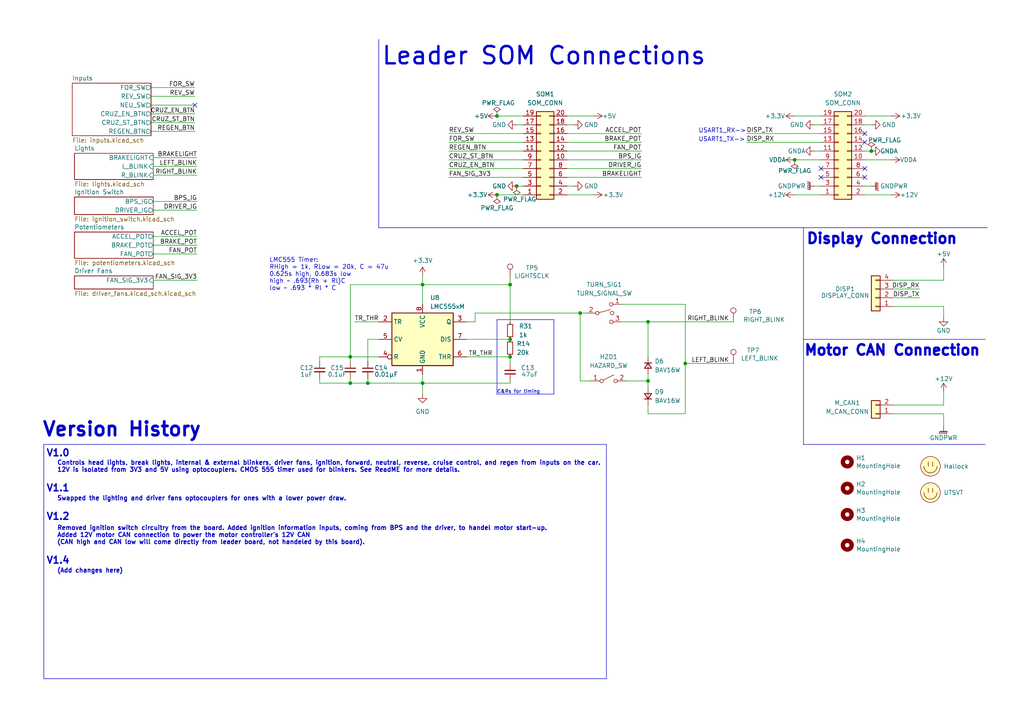
<source format=kicad_sch>
(kicad_sch (version 20230121) (generator eeschema)
  (paper "A4")
  (lib_symbols
    (symbol "+5V_1" (power) (pin_names (offset 0))
      (property "Value" "+5V_1" (at 0 3.556 0))
      (symbol "+5V_1_0_1"
        (polyline (pts (xy -0.762 1.27) (xy 0 2.54)))
        (polyline (pts (xy 0 0) (xy 0 2.54)))
        (polyline (pts (xy 0 2.54) (xy 0.762 1.27)))
      )
      (symbol "+5V_1_1_1"
        (pin power_in line (at 0 0 90) (length 0) hide (name "+5V") (number "1"))
      )
    )
    (symbol "Connector:TestPoint" (pin_numbers hide) (pin_names (offset 0.762) hide)
      (property "Reference" "TP" (at 0 6.858 0))
      (property "Value" "TestPoint" (at 0 5.08 0))
      (symbol "TestPoint_0_1"
        (circle (center 0 3.302) (radius 0.762))
      )
      (symbol "TestPoint_1_1"
        (pin passive line (at 0 0 90) (length 2.54) (name "1") (number "1"))
      )
    )
    (symbol "Connector_Generic:Conn_01x02" (pin_names (offset 1.016) hide)
      (property "Reference" "J" (at 0 2.54 0))
      (property "Value" "Conn_01x02" (at 0 -5.08 0))
      (symbol "Conn_01x02_1_1"
        (rectangle (start -1.27 -2.413) (end 0 -2.667) (stroke (width 0.1524)))
        (rectangle (start -1.27 0.127) (end 0 -0.127) (stroke (width 0.1524)))
        (rectangle (start -1.27 1.27) (end 1.27 -3.81) (stroke (width 0.254)) (fill (type background)))
        (pin passive line (at -5.08 0 0) (length 3.81) (name "Pin_1") (number "1"))
        (pin passive line (at -5.08 -2.54 0) (length 3.81) (name "Pin_2") (number "2"))
      )
    )
    (symbol "Connector_Generic:Conn_01x04" (pin_names (offset 1.016) hide)
      (property "Reference" "J" (at 0 5.08 0))
      (property "Value" "Conn_01x04" (at 0 -7.62 0))
      (symbol "Conn_01x04_1_1"
        (rectangle (start -1.27 -4.953) (end 0 -5.207) (stroke (width 0.1524)))
        (rectangle (start -1.27 -2.413) (end 0 -2.667) (stroke (width 0.1524)))
        (rectangle (start -1.27 0.127) (end 0 -0.127) (stroke (width 0.1524)))
        (rectangle (start -1.27 2.667) (end 0 2.413) (stroke (width 0.1524)))
        (rectangle (start -1.27 3.81) (end 1.27 -6.35) (stroke (width 0.254)) (fill (type background)))
        (pin passive line (at -5.08 2.54 0) (length 3.81) (name "Pin_1") (number "1"))
        (pin passive line (at -5.08 0 0) (length 3.81) (name "Pin_2") (number "2"))
        (pin passive line (at -5.08 -2.54 0) (length 3.81) (name "Pin_3") (number "3"))
        (pin passive line (at -5.08 -5.08 0) (length 3.81) (name "Pin_4") (number "4"))
      )
    )
    (symbol "Connector_Generic:Conn_02x10_Odd_Even" (pin_names (offset 1.016) hide)
      (property "Reference" "J" (at 1.27 12.7 0))
      (property "Value" "Conn_02x10_Odd_Even" (at 1.27 -15.24 0))
      (symbol "Conn_02x10_Odd_Even_1_1"
        (rectangle (start -1.27 -12.573) (end 0 -12.827) (stroke (width 0.1524)))
        (rectangle (start -1.27 -10.033) (end 0 -10.287) (stroke (width 0.1524)))
        (rectangle (start -1.27 -7.493) (end 0 -7.747) (stroke (width 0.1524)))
        (rectangle (start -1.27 -4.953) (end 0 -5.207) (stroke (width 0.1524)))
        (rectangle (start -1.27 -2.413) (end 0 -2.667) (stroke (width 0.1524)))
        (rectangle (start -1.27 0.127) (end 0 -0.127) (stroke (width 0.1524)))
        (rectangle (start -1.27 2.667) (end 0 2.413) (stroke (width 0.1524)))
        (rectangle (start -1.27 5.207) (end 0 4.953) (stroke (width 0.1524)))
        (rectangle (start -1.27 7.747) (end 0 7.493) (stroke (width 0.1524)))
        (rectangle (start -1.27 10.287) (end 0 10.033) (stroke (width 0.1524)))
        (rectangle (start -1.27 11.43) (end 3.81 -13.97) (stroke (width 0.254)) (fill (type background)))
        (rectangle (start 3.81 -12.573) (end 2.54 -12.827) (stroke (width 0.1524)))
        (rectangle (start 3.81 -10.033) (end 2.54 -10.287) (stroke (width 0.1524)))
        (rectangle (start 3.81 -7.493) (end 2.54 -7.747) (stroke (width 0.1524)))
        (rectangle (start 3.81 -4.953) (end 2.54 -5.207) (stroke (width 0.1524)))
        (rectangle (start 3.81 -2.413) (end 2.54 -2.667) (stroke (width 0.1524)))
        (rectangle (start 3.81 0.127) (end 2.54 -0.127) (stroke (width 0.1524)))
        (rectangle (start 3.81 2.667) (end 2.54 2.413) (stroke (width 0.1524)))
        (rectangle (start 3.81 5.207) (end 2.54 4.953) (stroke (width 0.1524)))
        (rectangle (start 3.81 7.747) (end 2.54 7.493) (stroke (width 0.1524)))
        (rectangle (start 3.81 10.287) (end 2.54 10.033) (stroke (width 0.1524)))
        (pin passive line (at -5.08 10.16 0) (length 3.81) (name "Pin_1") (number "1"))
        (pin passive line (at 7.62 0 180) (length 3.81) (name "Pin_10") (number "10"))
        (pin passive line (at -5.08 -2.54 0) (length 3.81) (name "Pin_11") (number "11"))
        (pin passive line (at 7.62 -2.54 180) (length 3.81) (name "Pin_12") (number "12"))
        (pin passive line (at -5.08 -5.08 0) (length 3.81) (name "Pin_13") (number "13"))
        (pin passive line (at 7.62 -5.08 180) (length 3.81) (name "Pin_14") (number "14"))
        (pin passive line (at -5.08 -7.62 0) (length 3.81) (name "Pin_15") (number "15"))
        (pin passive line (at 7.62 -7.62 180) (length 3.81) (name "Pin_16") (number "16"))
        (pin passive line (at -5.08 -10.16 0) (length 3.81) (name "Pin_17") (number "17"))
        (pin passive line (at 7.62 -10.16 180) (length 3.81) (name "Pin_18") (number "18"))
        (pin passive line (at -5.08 -12.7 0) (length 3.81) (name "Pin_19") (number "19"))
        (pin passive line (at 7.62 10.16 180) (length 3.81) (name "Pin_2") (number "2"))
        (pin passive line (at 7.62 -12.7 180) (length 3.81) (name "Pin_20") (number "20"))
        (pin passive line (at -5.08 7.62 0) (length 3.81) (name "Pin_3") (number "3"))
        (pin passive line (at 7.62 7.62 180) (length 3.81) (name "Pin_4") (number "4"))
        (pin passive line (at -5.08 5.08 0) (length 3.81) (name "Pin_5") (number "5"))
        (pin passive line (at 7.62 5.08 180) (length 3.81) (name "Pin_6") (number "6"))
        (pin passive line (at -5.08 2.54 0) (length 3.81) (name "Pin_7") (number "7"))
        (pin passive line (at 7.62 2.54 180) (length 3.81) (name "Pin_8") (number "8"))
        (pin passive line (at -5.08 0 0) (length 3.81) (name "Pin_9") (number "9"))
      )
    )
    (symbol "Device:C_Small" (pin_numbers hide) (pin_names (offset 0.254) hide)
      (property "Reference" "C" (at 0.254 1.778 0))
      (property "Value" "C_Small" (at 0.254 -2.032 0))
      (symbol "C_Small_0_1"
        (polyline (pts (xy -1.524 -0.508) (xy 1.524 -0.508)) (stroke (width 0.3302)))
        (polyline (pts (xy -1.524 0.508) (xy 1.524 0.508)) (stroke (width 0.3048)))
      )
      (symbol "C_Small_1_1"
        (pin passive line (at 0 2.54 270) (length 2.032) (name "~") (number "1"))
        (pin passive line (at 0 -2.54 90) (length 2.032) (name "~") (number "2"))
      )
    )
    (symbol "Device:D_Small" (pin_numbers hide) (pin_names (offset 0.254) hide)
      (property "Reference" "D" (at -1.27 2.032 0))
      (property "Value" "D_Small" (at -3.81 -2.032 0))
      (symbol "D_Small_0_1"
        (polyline (pts (xy -0.762 -1.016) (xy -0.762 1.016)) (stroke (width 0.254)))
        (polyline (pts (xy -0.762 0) (xy 0.762 0)))
        (polyline (pts (xy 0.762 -1.016) (xy -0.762 0) (xy 0.762 1.016) (xy 0.762 -1.016)) (stroke (width 0.254)))
      )
      (symbol "D_Small_1_1"
        (pin passive line (at -2.54 0 0) (length 1.778) (name "K") (number "1"))
        (pin passive line (at 2.54 0 180) (length 1.778) (name "A") (number "2"))
      )
    )
    (symbol "Device:R_Small" (pin_numbers hide) (pin_names (offset 0.254) hide)
      (property "Reference" "R" (at 0.762 0.508 0))
      (property "Value" "R_Small" (at 0.762 -1.016 0))
      (symbol "R_Small_0_1"
        (rectangle (start -0.762 1.778) (end 0.762 -1.778) (stroke (width 0.2032)))
      )
      (symbol "R_Small_1_1"
        (pin passive line (at 0 2.54 270) (length 0.762) (name "~") (number "1"))
        (pin passive line (at 0 -2.54 90) (length 0.762) (name "~") (number "2"))
      )
    )
    (symbol "GND_1" (power) (pin_names (offset 0))
      (property "Value" "GND_1" (at 0 -3.81 0))
      (symbol "GND_1_0_1"
        (polyline (pts (xy 0 0) (xy 0 -1.27) (xy 1.27 -1.27) (xy 0 -2.54) (xy -1.27 -1.27) (xy 0 -1.27)))
      )
      (symbol "GND_1_1_1"
        (pin power_in line (at 0 0 270) (length 0) hide (name "GND") (number "1"))
      )
    )
    (symbol "GND_2" (power) (pin_names (offset 0))
      (property "Value" "GND_2" (at 0 -3.81 0))
      (symbol "GND_2_0_1"
        (polyline (pts (xy 0 0) (xy 0 -1.27) (xy 1.27 -1.27) (xy 0 -2.54) (xy -1.27 -1.27) (xy 0 -1.27)))
      )
      (symbol "GND_2_1_1"
        (pin power_in line (at 0 0 270) (length 0) hide (name "GND") (number "1"))
      )
    )
    (symbol "Logo_Placeholder_1" (pin_names (offset 1.016))
      (property "Value" "Logo_Placeholder" (at 0 3.81 0))
      (symbol "Logo_Placeholder_1_0_1"
        (arc (start -1.905 0) (mid 0 -1.8967) (end 1.905 0))
        (polyline (pts (xy -0.635 1.27) (xy -0.635 0)))
        (polyline (pts (xy 0.635 1.27) (xy 0.635 0)))
        (circle (center 0 0) (radius 2.8448) (fill (type background)))
      )
    )
    (symbol "Mechanical:MountingHole" (pin_names (offset 1.016))
      (property "Reference" "H" (at 0 5.08 0))
      (property "Value" "MountingHole" (at 0 3.175 0))
      (symbol "MountingHole_0_1"
        (circle (center 0 0) (radius 1.27) (stroke (width 1.27)))
      )
    )
    (symbol "Switch:SW_SPDT_MSM" (pin_names (offset 0) hide)
      (property "Reference" "SW" (at 0 5.08 0))
      (property "Value" "SW_SPDT_MSM" (at 0 -5.08 0))
      (symbol "SW_SPDT_MSM_0_0"
        (circle (center -2.032 0) (radius 0.508))
        (polyline (pts (xy -1.524 0.127) (xy 1.778 1.016)))
        (circle (center 2.032 -2.54) (radius 0.508))
      )
      (symbol "SW_SPDT_MSM_0_1"
        (circle (center 2.032 2.54) (radius 0.508))
        (circle (center 2.286 0) (radius 0.508))
      )
      (symbol "SW_SPDT_MSM_1_1"
        (pin passive line (at 5.08 2.54 180) (length 2.54) (name "1") (number "1"))
        (pin passive line (at -5.08 0 0) (length 2.54) (name "2") (number "2"))
        (pin passive line (at 5.08 -2.54 180) (length 2.54) (name "3") (number "3"))
      )
    )
    (symbol "Switch:SW_SPST" (pin_names (offset 0) hide)
      (property "Reference" "SW" (at 0 3.175 0))
      (property "Value" "SW_SPST" (at 0 -2.54 0))
      (symbol "SW_SPST_0_0"
        (circle (center -2.032 0) (radius 0.508))
        (polyline (pts (xy -1.524 0.254) (xy 1.524 1.778)))
        (circle (center 2.032 0) (radius 0.508))
      )
      (symbol "SW_SPST_1_1"
        (pin passive line (at -5.08 0 0) (length 2.54) (name "A") (number "1"))
        (pin passive line (at 5.08 0 180) (length 2.54) (name "B") (number "2"))
      )
    )
    (symbol "Timer:LMC555xM"
      (property "Reference" "U" (at -10.16 8.89 0))
      (property "Value" "LMC555xM" (at 2.54 8.89 0))
      (symbol "LMC555xM_0_0"
        (pin power_in line (at 0 -10.16 90) (length 2.54) (name "GND") (number "1"))
        (pin power_in line (at 0 10.16 270) (length 2.54) (name "VCC") (number "8"))
      )
      (symbol "LMC555xM_0_1"
        (rectangle (start -8.89 -7.62) (end 8.89 7.62) (stroke (width 0.254)) (fill (type background)))
        (rectangle (start -8.89 -7.62) (end 8.89 7.62) (stroke (width 0.254)) (fill (type background)))
      )
      (symbol "LMC555xM_1_1"
        (pin input line (at -12.7 5.08 0) (length 3.81) (name "TR") (number "2"))
        (pin output line (at 12.7 5.08 180) (length 3.81) (name "Q") (number "3"))
        (pin input inverted (at -12.7 -5.08 0) (length 3.81) (name "R") (number "4"))
        (pin input line (at -12.7 0 0) (length 3.81) (name "CV") (number "5"))
        (pin input line (at 12.7 -5.08 180) (length 3.81) (name "THR") (number "6"))
        (pin input line (at 12.7 0 180) (length 3.81) (name "DIS") (number "7"))
      )
    )
    (symbol "power:+12V" (power) (pin_names (offset 0))
      (property "Value" "+12V" (at 0 3.556 0))
      (symbol "+12V_0_1"
        (polyline (pts (xy -0.762 1.27) (xy 0 2.54)))
        (polyline (pts (xy 0 0) (xy 0 2.54)))
        (polyline (pts (xy 0 2.54) (xy 0.762 1.27)))
      )
      (symbol "+12V_1_1"
        (pin power_in line (at 0 0 90) (length 0) hide (name "+12V") (number "1"))
      )
    )
    (symbol "power:+3.3V" (power) (pin_names (offset 0))
      (property "Value" "+3.3V" (at 0 3.556 0))
      (symbol "+3.3V_0_1"
        (polyline (pts (xy -0.762 1.27) (xy 0 2.54)))
        (polyline (pts (xy 0 0) (xy 0 2.54)))
        (polyline (pts (xy 0 2.54) (xy 0.762 1.27)))
      )
      (symbol "+3.3V_1_1"
        (pin power_in line (at 0 0 90) (length 0) hide (name "+3.3V") (number "1"))
      )
    )
    (symbol "power:+5V" (power) (pin_names (offset 0))
      (property "Value" "+5V" (at 0 3.556 0))
      (symbol "+5V_0_1"
        (polyline (pts (xy -0.762 1.27) (xy 0 2.54)))
        (polyline (pts (xy 0 0) (xy 0 2.54)))
        (polyline (pts (xy 0 2.54) (xy 0.762 1.27)))
      )
      (symbol "+5V_1_1"
        (pin power_in line (at 0 0 90) (length 0) hide (name "+5V") (number "1"))
      )
    )
    (symbol "power:GNDA" (power) (pin_names (offset 0))
      (property "Value" "GNDA" (at 0 -3.81 0))
      (symbol "GNDA_0_1"
        (polyline (pts (xy 0 0) (xy 0 -1.27) (xy 1.27 -1.27) (xy 0 -2.54) (xy -1.27 -1.27) (xy 0 -1.27)))
      )
      (symbol "GNDA_1_1"
        (pin power_in line (at 0 0 270) (length 0) hide (name "GNDA") (number "1"))
      )
    )
    (symbol "power:GNDPWR" (power) (pin_names (offset 0))
      (property "Value" "GNDPWR" (at 0 -3.302 0))
      (symbol "GNDPWR_0_1"
        (polyline (pts (xy 0 -1.27) (xy 0 0)))
        (polyline (pts (xy -1.016 -1.27) (xy -1.27 -2.032) (xy -1.27 -2.032)) (stroke (width 0.2032)))
        (polyline (pts (xy -0.508 -1.27) (xy -0.762 -2.032) (xy -0.762 -2.032)) (stroke (width 0.2032)))
        (polyline (pts (xy 0 -1.27) (xy -0.254 -2.032) (xy -0.254 -2.032)) (stroke (width 0.2032)))
        (polyline (pts (xy 0.508 -1.27) (xy 0.254 -2.032) (xy 0.254 -2.032)) (stroke (width 0.2032)))
        (polyline (pts (xy 1.016 -1.27) (xy -1.016 -1.27) (xy -1.016 -1.27)) (stroke (width 0.2032)))
        (polyline (pts (xy 1.016 -1.27) (xy 0.762 -2.032) (xy 0.762 -2.032) (xy 0.762 -2.032)) (stroke (width 0.2032)))
      )
      (symbol "GNDPWR_1_1"
        (pin power_in line (at 0 0 270) (length 0) hide (name "GNDPWR") (number "1"))
      )
    )
    (symbol "power:PWR_FLAG" (power) (pin_numbers hide) (pin_names (offset 0) hide)
      (property "Value" "PWR_FLAG" (at 0 3.81 0))
      (symbol "PWR_FLAG_0_0"
        (pin power_out line (at 0 0 90) (length 0) (name "pwr") (number "1"))
      )
      (symbol "PWR_FLAG_0_1"
        (polyline (pts (xy 0 0) (xy 0 1.27) (xy -1.016 1.905) (xy 0 2.54) (xy 1.016 1.905) (xy 0 1.27)))
      )
    )
    (symbol "power:VDDA" (power) (pin_names (offset 0))
      (property "Value" "VDDA" (at 0 3.81 0))
      (symbol "VDDA_0_1"
        (polyline (pts (xy -0.762 1.27) (xy 0 2.54)))
        (polyline (pts (xy 0 0) (xy 0 2.54)))
        (polyline (pts (xy 0 2.54) (xy 0.762 1.27)))
      )
      (symbol "VDDA_1_1"
        (pin power_in line (at 0 0 90) (length 0) hide (name "VDDA") (number "1"))
      )
    )
  )
  (junction (at 198.755 105.41))
  (junction (at 101.6 103.505))
  (junction (at 122.555 111.125))
  (junction (at 147.955 82.55))
  (junction (at 187.96 93.345))
  (junction (at 144.145 56.515))
  (junction (at 187.96 110.49))
  (junction (at 168.275 90.805))
  (junction (at 149.86 53.975))
  (junction (at 230.505 46.355))
  (junction (at 106.68 111.125))
  (junction (at 252.73 43.815))
  (junction (at 122.555 82.55))
  (junction (at 144.145 33.655))
  (junction (at 147.955 103.505))
  (junction (at 101.6 111.125))
  (junction (at 147.955 98.425))
  (no_connect (at 56.515 30.48))
  (no_connect (at 250.825 38.735))
  (no_connect (at 238.125 48.895))
  (no_connect (at 250.825 51.435))
  (no_connect (at 250.825 48.895))
  (no_connect (at 250.825 41.275))
  (no_connect (at 238.125 51.435))
  (wire (pts (xy 273.685 113.665) (xy 273.685 117.475)))
  (polyline (pts (xy 144.145 92.71) (xy 160.655 92.71)))
  (polyline (pts (xy 233.045 66.04) (xy 233.045 98.425)))
  (wire (pts (xy 273.685 81.28) (xy 273.685 77.47)))
  (wire (pts (xy 147.955 103.505) (xy 147.955 105.41)))
  (wire (pts (xy 164.465 46.355) (xy 186.055 46.355)))
  (wire (pts (xy 144.145 33.655) (xy 151.765 33.655)))
  (wire (pts (xy 149.86 53.975) (xy 151.765 53.975)))
  (wire (pts (xy 101.6 109.855) (xy 101.6 111.125)))
  (polyline (pts (xy 233.045 128.905) (xy 285.75 128.905)))
  (wire (pts (xy 130.175 38.735) (xy 151.765 38.735)))
  (wire (pts (xy 164.465 48.895) (xy 186.055 48.895)))
  (wire (pts (xy 172.085 33.655) (xy 164.465 33.655)))
  (wire (pts (xy 238.125 46.355) (xy 230.505 46.355)))
  (polyline (pts (xy 144.145 92.71) (xy 144.145 114.3)))
  (wire (pts (xy 44.45 60.96) (xy 57.15 60.96)))
  (wire (pts (xy 236.22 43.815) (xy 238.125 43.815)))
  (wire (pts (xy 102.87 93.345) (xy 109.855 93.345)))
  (wire (pts (xy 230.505 33.655) (xy 238.125 33.655)))
  (wire (pts (xy 258.445 46.355) (xy 250.825 46.355)))
  (wire (pts (xy 236.22 36.195) (xy 238.125 36.195)))
  (wire (pts (xy 43.815 33.02) (xy 56.515 33.02)))
  (wire (pts (xy 130.175 41.275) (xy 151.765 41.275)))
  (wire (pts (xy 106.68 109.855) (xy 106.68 111.125)))
  (wire (pts (xy 273.685 88.9) (xy 273.685 92.075)))
  (polyline (pts (xy 109.855 11.43) (xy 109.855 66.04)))
  (wire (pts (xy 168.275 110.49) (xy 171.45 110.49)))
  (wire (pts (xy 44.45 58.42) (xy 57.15 58.42)))
  (wire (pts (xy 164.465 51.435) (xy 186.055 51.435)))
  (wire (pts (xy 135.255 98.425) (xy 147.955 98.425)))
  (wire (pts (xy 92.71 111.125) (xy 101.6 111.125)))
  (wire (pts (xy 187.96 117.475) (xy 187.96 120.015)))
  (wire (pts (xy 236.22 53.975) (xy 238.125 53.975)))
  (wire (pts (xy 92.71 109.855) (xy 92.71 111.125)))
  (polyline (pts (xy 109.855 66.04) (xy 286.385 66.04)))
  (wire (pts (xy 198.755 88.265) (xy 198.755 105.41)))
  (wire (pts (xy 43.815 38.1) (xy 56.515 38.1)))
  (wire (pts (xy 147.955 82.55) (xy 147.955 93.345)))
  (wire (pts (xy 101.6 82.55) (xy 122.555 82.55)))
  (wire (pts (xy 259.08 86.36) (xy 266.7 86.36)))
  (wire (pts (xy 137.795 93.345) (xy 137.795 90.805)))
  (wire (pts (xy 238.125 38.735) (xy 216.535 38.735)))
  (wire (pts (xy 149.86 36.195) (xy 151.765 36.195)))
  (wire (pts (xy 122.555 111.125) (xy 122.555 114.3)))
  (wire (pts (xy 164.465 43.815) (xy 186.055 43.815)))
  (wire (pts (xy 187.96 110.49) (xy 187.96 112.395)))
  (wire (pts (xy 198.755 120.015) (xy 198.755 105.41)))
  (wire (pts (xy 101.6 111.125) (xy 106.68 111.125)))
  (wire (pts (xy 92.71 103.505) (xy 92.71 104.775)))
  (wire (pts (xy 259.08 83.82) (xy 266.7 83.82)))
  (wire (pts (xy 144.145 56.515) (xy 151.765 56.515)))
  (wire (pts (xy 168.275 90.805) (xy 168.275 110.49)))
  (wire (pts (xy 187.96 93.345) (xy 212.725 93.345)))
  (wire (pts (xy 258.445 33.655) (xy 250.825 33.655)))
  (wire (pts (xy 168.275 90.805) (xy 170.18 90.805)))
  (wire (pts (xy 122.555 80.01) (xy 122.555 82.55)))
  (wire (pts (xy 259.08 81.28) (xy 273.685 81.28)))
  (wire (pts (xy 250.825 56.515) (xy 258.445 56.515)))
  (wire (pts (xy 166.37 53.975) (xy 164.465 53.975)))
  (wire (pts (xy 109.855 98.425) (xy 106.68 98.425)))
  (wire (pts (xy 164.465 41.275) (xy 186.055 41.275)))
  (wire (pts (xy 187.96 108.585) (xy 187.96 110.49)))
  (wire (pts (xy 180.34 93.345) (xy 187.96 93.345)))
  (wire (pts (xy 259.08 88.9) (xy 273.685 88.9)))
  (wire (pts (xy 252.73 43.815) (xy 250.825 43.815)))
  (wire (pts (xy 273.685 120.015) (xy 273.685 123.825)))
  (wire (pts (xy 92.71 103.505) (xy 101.6 103.505)))
  (wire (pts (xy 180.34 88.265) (xy 198.755 88.265)))
  (wire (pts (xy 198.755 105.41) (xy 212.725 105.41)))
  (wire (pts (xy 172.085 56.515) (xy 164.465 56.515)))
  (wire (pts (xy 44.45 68.58) (xy 57.15 68.58)))
  (wire (pts (xy 164.465 38.735) (xy 186.055 38.735)))
  (polyline (pts (xy 160.655 114.3) (xy 144.145 114.3)))
  (wire (pts (xy 259.08 117.475) (xy 273.685 117.475)))
  (wire (pts (xy 147.955 110.49) (xy 147.955 111.125)))
  (wire (pts (xy 250.825 53.975) (xy 252.73 53.975)))
  (wire (pts (xy 122.555 111.125) (xy 147.955 111.125)))
  (wire (pts (xy 101.6 82.55) (xy 101.6 103.505)))
  (wire (pts (xy 166.37 36.195) (xy 164.465 36.195)))
  (wire (pts (xy 147.955 80.645) (xy 147.955 82.55)))
  (wire (pts (xy 122.555 82.55) (xy 147.955 82.55)))
  (wire (pts (xy 187.96 120.015) (xy 198.755 120.015)))
  (wire (pts (xy 43.815 27.94) (xy 56.515 27.94)))
  (wire (pts (xy 181.61 110.49) (xy 187.96 110.49)))
  (wire (pts (xy 130.175 51.435) (xy 151.765 51.435)))
  (wire (pts (xy 106.68 111.125) (xy 122.555 111.125)))
  (wire (pts (xy 122.555 82.55) (xy 122.555 88.265)))
  (wire (pts (xy 130.175 46.355) (xy 151.765 46.355)))
  (wire (pts (xy 230.505 56.515) (xy 238.125 56.515)))
  (wire (pts (xy 135.255 103.505) (xy 147.955 103.505)))
  (wire (pts (xy 122.555 108.585) (xy 122.555 111.125)))
  (wire (pts (xy 137.795 90.805) (xy 168.275 90.805)))
  (polyline (pts (xy 160.655 92.71) (xy 160.655 114.3)))
  (wire (pts (xy 101.6 103.505) (xy 101.6 104.775)))
  (wire (pts (xy 43.815 30.48) (xy 56.515 30.48)))
  (polyline (pts (xy 233.045 98.425) (xy 285.75 98.425)))
  (wire (pts (xy 187.96 93.345) (xy 187.96 103.505)))
  (wire (pts (xy 130.175 48.895) (xy 151.765 48.895)))
  (wire (pts (xy 44.45 45.72) (xy 57.15 45.72)))
  (wire (pts (xy 135.255 93.345) (xy 137.795 93.345)))
  (wire (pts (xy 238.125 41.275) (xy 216.535 41.275)))
  (wire (pts (xy 252.73 36.195) (xy 250.825 36.195)))
  (wire (pts (xy 44.45 48.26) (xy 57.15 48.26)))
  (wire (pts (xy 43.815 35.56) (xy 56.515 35.56)))
  (wire (pts (xy 106.68 98.425) (xy 106.68 104.775)))
  (wire (pts (xy 44.45 50.8) (xy 57.15 50.8)))
  (wire (pts (xy 130.175 43.815) (xy 151.765 43.815)))
  (wire (pts (xy 259.08 120.015) (xy 273.685 120.015)))
  (wire (pts (xy 44.45 81.28) (xy 57.15 81.28)))
  (wire (pts (xy 44.45 73.66) (xy 57.15 73.66)))
  (polyline (pts (xy 233.045 98.425) (xy 233.045 128.905)))
  (wire (pts (xy 44.45 71.12) (xy 57.15 71.12)))
  (wire (pts (xy 109.855 103.505) (xy 101.6 103.505)))
  (wire (pts (xy 43.815 25.4) (xy 56.515 25.4)))
  (rectangle (start 12.7 128.905) (end 175.895 196.85))
  (text "C&Rs for timing" (at 144.145 114.3 0) (effects (font (size 1 1)) (justify left bottom)))
  (text "Removed ignition switch circuitry from the board. Added ignition information inputs, coming from BPS and the driver, to handel motor start-up. \nAdded 12V motor CAN connection to power the motor controller's 12V CAN \n(CAN high and CAN low will come directly from leader board, not handeled by this board)." (at 16.51 158.115 0) (effects (font (size 1.27 1.27) bold) (justify left bottom)))
  (text "V1.1" (at 13.335 142.875 0) (effects (font (size 2 2) (thickness 0.4) bold) (justify left bottom)))
  (text "(Add changes here)" (at 16.51 166.37 0) (effects (font (size 1.27 1.27) bold) (justify left bottom)))
  (text "Leader SOM Connections\n\n" (at 110.49 27.305 0) (effects (font (size 5 5) (thickness 0.7) bold) (justify left bottom)))
  (text "Controls head lights, break lights, internal & external blinkers, driver fans, ignition, forward, neutral, reverse, cruise control, and regen from inputs on the car.\n12V is isolated from 3V3 and 5V using optocouplers. CMOS 555 timer used for blinkers. See ReadME for more details." (at 16.51 137.16 0) (effects (font (size 1.27 1.27) bold) (justify left bottom)))
  (text "Swapped the lighting and driver fans optocouplers for ones with a lower power draw." (at 16.51 145.415 0) (effects (font (size 1.27 1.27) bold) (justify left bottom)))
  (text "Motor CAN Connection\n" (at 233.045 103.505 0) (effects (font (size 3 3) (thickness 0.7) bold) (justify left bottom)))
  (text "V1.0\n" (at 13.335 132.715 0) (effects (font (size 2 2) (thickness 0.4) bold) (justify left bottom)))
  (text "V1.4" (at 13.335 163.83 0) (effects (font (size 2 2) (thickness 0.4) bold) (justify left bottom)))
  (text "Display Connection\n" (at 233.68 71.12 0) (effects (font (size 3 3) (thickness 0.7) bold) (justify left bottom)))
  (text "V1.2" (at 13.335 151.13 0) (effects (font (size 2 2) (thickness 0.4) bold) (justify left bottom)))
  (text "USART1_TX->" (at 202.565 41.275 0) (effects (font (size 1.27 1.27)) (justify left bottom)))
  (text "USART1_RX->" (at 202.565 38.735 0) (effects (font (size 1.27 1.27)) (justify left bottom)))
  (text "LMC555 Timer:\nRHigh = 1k, RLow = 20k, C = 47u\n0.625s high, 0.683s low\nhigh ~ .693(Rh + Rl)C\nlow ~ .693 * Rl * C" (at 78.105 84.455 0) (effects (font (size 1.27 1.27)) (justify left bottom)))
  (text "Version History" (at 12.065 127 0) (effects (font (size 4 4) (thickness 0.8) bold) (justify left bottom)))
  (label "REGEN_BTN" (at 56.515 38.1 180))
  (label "FOR_SW" (at 56.515 25.4 180))
  (label "CRUZ_ST_BTN" (at 130.175 46.355 0))
  (label "BRAKELIGHT" (at 57.15 45.72 180))
  (label "LEFT_BLINK" (at 57.15 48.26 180))
  (label "DRIVER_IG" (at 57.15 60.96 180))
  (label "DISP_RX" (at 266.7 83.82 180))
  (label "FAN_POT" (at 186.055 43.815 180))
  (label "LEFT_BLINK" (at 211.455 105.41 180))
  (label "DRIVER_IG" (at 186.055 48.895 180))
  (label "BRAKE_POT" (at 186.055 41.275 180))
  (label "RIGHT_BLINK" (at 211.455 93.345 180))
  (label "BPS_IG" (at 186.055 46.355 180))
  (label "BPS_IG" (at 57.15 58.42 180))
  (label "CRUZ_EN_BTN" (at 130.175 48.895 0))
  (label "CRUZ_EN_BTN" (at 56.515 33.02 180) (effects (font (size 1.23 1.23))))
  (label "BRAKE_POT" (at 57.15 71.12 180))
  (label "ACCEL_POT" (at 57.15 68.58 180))
  (label "DISP_TX" (at 266.7 86.36 180))
  (label "FOR_SW" (at 130.175 41.275 0))
  (label "DISP_RX" (at 216.535 41.275 0))
  (label "FAN_POT" (at 57.15 73.66 180))
  (label "ACCEL_POT" (at 186.055 38.735 180))
  (label "FAN_SIG_3V3" (at 130.175 51.435 0))
  (label "BRAKELIGHT" (at 186.055 51.435 180))
  (label "TR_THR" (at 135.89 103.505 0))
  (label "TR_THR" (at 102.87 93.345 0))
  (label "RIGHT_BLINK" (at 57.15 50.8 180))
  (label "REV_SW" (at 56.515 27.94 180))
  (label "REV_SW" (at 130.175 38.735 0))
  (label "CRUZ_ST_BTN" (at 56.515 35.56 180) (effects (font (size 1.23 1.23))))
  (label "FAN_SIG_3V3" (at 57.15 81.28 180))
  (label "DISP_TX" (at 216.535 38.735 0))
  (label "REGEN_BTN" (at 130.175 43.815 0))
  (symbol (lib_id "Switch:SW_SPST") (at 176.53 110.49 0) (unit 1)
    (property "Reference" "HZD1" (at 176.53 103.505 0))
    (property "Value" "HAZARD_SW" (at 176.53 106.045 0))
    (property "Footprint" "Connector_Molex:Molex_Micro-Fit_3.0_43650-0215_1x02_P3.00mm_Vertical" (effects hide))
    (property "Datasheet" "https://www.molex.com/content/dam/molex/molex-dot-com/products/automated/en-us/productspecificationpdf/436/43650/PS-43650-001.pdf?inline" (effects hide))
    (property "PN" "43650-0215" (effects hide))
  )
  (symbol (lib_id "Mechanical:MountingHole") (at 245.745 141.605 0) (unit 1)
    (property "Reference" "H2" (at 248.285 140.4366 0) (effects (justify left)))
    (property "Value" "MountingHole" (at 248.285 142.748 0) (effects (justify left)))
    (property "Footprint" "MountingHole:MountingHole_3mm" (effects hide))
  )
  (symbol (lib_id "power:GNDPWR") (at 252.73 53.975 90) (unit 1)
    (property "Reference" "#PWR066" (effects hide))
    (property "Value" "GNDPWR" (at 255.27 53.975 90) (effects (justify right)))
  )
  (symbol (lib_id "Connector:TestPoint") (at 212.725 105.41 0) (unit 1)
    (property "Reference" "TP7" (at 218.44 101.6 0))
    (property "Value" "LEFT_BLINK" (at 220.345 103.9114 0))
    (property "Footprint" "TestPoint:TestPoint_Pad_1.5x1.5mm" (effects hide))
  )
  (symbol (lib_id "power:PWR_FLAG") (at 149.86 53.975 180) (unit 1)
    (property "Reference" "#FLG03" (effects hide))
    (property "Value" "PWR_FLAG" (at 155.575 57.785 0) (effects (justify left)))
  )
  (symbol (lib_name "GND_1") (lib_id "power:GND") (at 166.37 53.975 90) (unit 1)
    (property "Reference" "#PWR011" (effects hide))
    (property "Value" "GND" (at 171.45 53.975 90))
  )
  (symbol (lib_id "power:+3.3V") (at 230.505 33.655 90) (unit 1)
    (property "Reference" "#PWR038" (effects hide))
    (property "Value" "+3.3V" (at 224.79 33.655 90))
  )
  (symbol (lib_id "Device:C_Small") (at 147.955 107.95 180) (unit 1)
    (property "Reference" "C13" (at 153.035 106.68 0))
    (property "Value" "47uF" (at 153.67 108.585 0))
    (property "Footprint" "Capacitor_SMD:C_0805_2012Metric" (effects hide))
    (property "Datasheet" "https://www.mouser.com/datasheet/2/281/1/GRM21BR61A476ME15_01A-1986931.pdf" (effects hide))
    (property "PN" "GRM21BR61A476ME15L" (effects hide))
    (property "Mauser PN" "81-GRM21BR61A476ME5L" (effects hide))
  )
  (symbol (lib_id "Device:C_Small") (at 92.71 107.315 0) (unit 1)
    (property "Reference" "C12" (at 88.9 106.68 0))
    (property "Value" "1uF" (at 88.9 108.585 0))
    (property "Footprint" "Capacitor_SMD:C_0805_2012Metric" (effects hide))
    (property "Datasheet" "https://www.mouser.com/datasheet/2/447/KEM_C1006_X5R_SMD-3316465.pdf" (effects hide))
    (property "PN" "C0805C105K5PACTU" (effects hide))
    (property "Mauser PN" "80-C0805C105K5P" (effects hide))
  )
  (symbol (lib_name "+5V_1") (lib_id "power:+5V") (at 273.685 77.47 0) (unit 1)
    (property "Reference" "#PWR044" (effects hide))
    (property "Value" "+5V" (at 273.685 73.66 0))
  )
  (symbol (lib_name "GND_1") (lib_id "power:GND") (at 149.86 53.975 270) (unit 1)
    (property "Reference" "#PWR04" (effects hide))
    (property "Value" "GND" (at 144.78 53.975 90))
  )
  (symbol (lib_id "Connector:TestPoint") (at 212.725 93.345 0) (unit 1)
    (property "Reference" "TP6" (at 219.075 90.3986 0))
    (property "Value" "RIGHT_BLINK" (at 221.615 92.71 0))
    (property "Footprint" "TestPoint:TestPoint_Pad_1.5x1.5mm" (effects hide))
  )
  (symbol (lib_id "power:+3.3V") (at 172.085 56.515 270) (unit 1)
    (property "Reference" "#PWR09" (effects hide))
    (property "Value" "+3.3V" (at 177.8 56.515 90))
  )
  (symbol (lib_id "power:+12V") (at 258.445 56.515 270) (unit 1)
    (property "Reference" "#PWR065" (effects hide))
    (property "Value" "+12V" (at 260.985 56.515 90) (effects (justify left)))
  )
  (symbol (lib_id "power:+3.3V") (at 258.445 33.655 270) (unit 1)
    (property "Reference" "#PWR043" (effects hide))
    (property "Value" "+3.3V" (at 264.16 33.655 90))
  )
  (symbol (lib_id "power:PWR_FLAG") (at 252.73 43.815 0) (unit 1)
    (property "Reference" "#FLG05" (effects hide))
    (property "Value" "PWR_FLAG" (at 256.54 40.64 0))
  )
  (symbol (lib_id "Device:D_Small") (at 187.96 106.045 270) (unit 1)
    (property "Reference" "D6" (at 189.865 104.775 90) (effects (justify left)))
    (property "Value" "BAV16W" (at 189.865 107.315 90) (effects (justify left)))
    (property "Footprint" "Diode_SMD:D_SOD-123" (effects hide))
    (property "Datasheet" "https://www.diodes.com/assets/Datasheets/ds30086.pdf" (effects hide))
    (property "PN" "BAV16W-7-F" (effects hide))
    (property "Mauser PN" "621-BAV16W-F" (effects hide))
  )
  (symbol (lib_id "Switch:SW_SPDT_MSM") (at 175.26 90.805 0) (unit 1)
    (property "Reference" "TURN_SIG1" (at 175.26 82.55 0))
    (property "Value" "TURN_SIGNAL_SW" (at 175.26 85.09 0))
    (property "Footprint" "Connector_Molex:Molex_Micro-Fit_3.0_43650-0315_1x03_P3.00mm_Vertical" (effects hide))
    (property "Datasheet" "https://www.molex.com/content/dam/molex/molex-dot-com/products/automated/en-us/productspecificationpdf/436/43650/PS-43650-001.pdf?inline" (effects hide))
    (property "PN" "43650-0315" (effects hide))
    (property "Mauser PN" "538-43650-0315" (effects hide))
  )
  (symbol (lib_name "GND_1") (lib_id "power:GND") (at 236.22 36.195 270) (unit 1)
    (property "Reference" "#PWR013" (effects hide))
    (property "Value" "GND" (at 231.14 36.195 90))
  )
  (symbol (lib_id "power:GNDPWR") (at 236.22 53.975 270) (unit 1)
    (property "Reference" "#PWR064" (effects hide))
    (property "Value" "GNDPWR" (at 233.68 53.975 90) (effects (justify right)))
  )
  (symbol (lib_id "Connector_Generic:Conn_01x02") (at 254 120.015 180) (unit 1)
    (property "Reference" "M_CAN1" (at 245.745 116.84 0))
    (property "Value" "M_CAN_CONN" (at 245.745 119.38 0))
    (property "Footprint" "Connector_Molex:Molex_Micro-Fit_3.0_43650-0215_1x02_P3.00mm_Vertical" (effects hide))
    (property "Datasheet" "https://www.molex.com/content/dam/molex/molex-dot-com/products/automated/en-us/productspecificationpdf/436/43650/PS-43650-001.pdf?inline" (effects hide))
    (property "PN" "43650-0215" (effects hide))
  )
  (symbol (lib_id "power:+3.3V") (at 122.555 80.01 0) (unit 1)
    (property "Reference" "#PWR010" (effects hide))
    (property "Value" "+3.3V" (at 122.555 75.565 0))
  )
  (symbol (lib_id "power:PWR_FLAG") (at 144.145 56.515 180) (unit 1)
    (property "Reference" "#FLG04" (effects hide))
    (property "Value" "PWR_FLAG" (at 144.145 60.325 0))
  )
  (symbol (lib_id "Device:R_Small") (at 147.955 100.965 0) (unit 1)
    (property "Reference" "R14" (at 149.86 99.695 0) (effects (justify left)))
    (property "Value" "20k" (at 149.86 102.235 0) (effects (justify left)))
    (property "Footprint" "Resistor_SMD:R_0805_2012Metric" (effects hide))
    (property "Datasheet" "https://www.mouser.com/datasheet/2/447/PYu_RP_51_RoHS_L_0-3071169.pdf" (effects hide))
    (property "PN" "RP0805BRD0720KL" (effects hide))
    (property "Mauser PN" "603-RP0805BRD0720KL" (effects hide))
  )
  (symbol (lib_id "power:PWR_FLAG") (at 230.505 46.355 180) (unit 1)
    (property "Reference" "#FLG01" (effects hide))
    (property "Value" "PWR_FLAG" (at 230.505 49.53 0))
  )
  (symbol (lib_id "power:+5V") (at 172.085 33.655 270) (unit 1)
    (property "Reference" "#PWR06" (effects hide))
    (property "Value" "+5V" (at 174.625 33.655 90) (effects (justify left)))
  )
  (symbol (lib_id "Device:C_Small") (at 101.6 107.315 0) (unit 1)
    (property "Reference" "C15" (at 97.79 106.68 0))
    (property "Value" "0.1uF" (at 97.79 108.585 0))
    (property "Footprint" "Capacitor_SMD:C_0805_2012Metric" (effects hide))
    (property "Datasheet" "https://www.mouser.com/datasheet/2/447/KEM_C1002_X7R_SMD-3316098.pdf" (effects hide))
    (property "Mauser PN" "80-C0805C104K3R" (effects hide))
    (property "PN" "C0805C104K3RACTU" (effects hide))
  )
  (symbol (lib_id "Mechanical:MountingHole") (at 245.745 158.115 0) (unit 1)
    (property "Reference" "H4" (at 248.285 156.9466 0) (effects (justify left)))
    (property "Value" "MountingHole" (at 248.285 159.258 0) (effects (justify left)))
    (property "Footprint" "MountingHole:MountingHole_3mm" (effects hide))
  )
  (symbol (lib_id "Device:C_Small") (at 106.68 107.315 0) (unit 1)
    (property "Reference" "C14" (at 108.585 106.68 0) (effects (justify left)))
    (property "Value" "0.01µF" (at 108.585 108.585 0) (effects (justify left)))
    (property "Footprint" "Capacitor_SMD:C_0805_2012Metric" (effects hide))
    (property "Datasheet" "https://www.mouser.com/datasheet/2/447/KEM_C1002_X7R_SMD-3316098.pdf" (effects hide))
    (property "PN" "C0805C103J5RACTU" (effects hide))
    (property "Mauser PN" "80-C0805C103J5R" (effects hide))
  )
  (symbol (lib_id "power:VDDA") (at 230.505 46.355 90) (unit 1)
    (property "Reference" "#PWR062" (effects hide))
    (property "Value" "VDDA" (at 227.965 46.355 90) (effects (justify left)))
  )
  (symbol (lib_id "power:PWR_FLAG") (at 144.145 33.655 0) (unit 1)
    (property "Reference" "#FLG02" (effects hide))
    (property "Value" "PWR_FLAG" (at 139.7 29.845 0) (effects (justify left)))
  )
  (symbol (lib_id "power:+3.3V") (at 144.145 56.515 90) (unit 1)
    (property "Reference" "#PWR03" (effects hide))
    (property "Value" "+3.3V" (at 138.43 56.515 90))
  )
  (symbol (lib_id "Mechanical:MountingHole") (at 245.745 133.985 0) (unit 1)
    (property "Reference" "H1" (at 248.285 132.8166 0) (effects (justify left)))
    (property "Value" "MountingHole" (at 248.285 135.128 0) (effects (justify left)))
    (property "Footprint" "MountingHole:MountingHole_3mm" (effects hide))
  )
  (symbol (lib_name "GND_1") (lib_id "power:GND") (at 273.685 92.075 0) (unit 1)
    (property "Reference" "#PWR045" (effects hide))
    (property "Value" "GND" (at 273.685 95.885 0))
  )
  (symbol (lib_id "power:GNDPWR") (at 273.685 123.825 0) (unit 1)
    (property "Reference" "#PWR02" (effects hide))
    (property "Value" "GNDPWR" (at 273.685 127 0))
  )
  (symbol (lib_name "GND_2") (lib_id "power:GND") (at 122.555 114.3 0) (unit 1)
    (property "Reference" "#PWR046" (effects hide))
    (property "Value" "GND" (at 122.555 119.38 0))
  )
  (symbol (lib_id "Connector_Generic:Conn_02x10_Odd_Even") (at 156.845 46.355 0) (mirror x) (unit 1)
    (property "Reference" "SOM1" (at 158.115 27.305 0))
    (property "Value" "SOM_CONN" (at 158.115 29.845 0))
    (property "Footprint" "UTSVT_Connectors:Molex_52465-2070" (effects hide))
    (property "Datasheet" "https://www.molex.com/pdm_docs/sd/524652070_sd.pdf" (effects hide))
    (property "Mauser PN" "538-52465-2070" (effects hide))
    (property "PN" "52465-2070" (effects hide))
  )
  (symbol (lib_id "power:GNDA") (at 236.22 43.815 270) (unit 1)
    (property "Reference" "#PWR060" (effects hide))
    (property "Value" "GNDA" (at 233.68 43.815 90) (effects (justify right)))
  )
  (symbol (lib_id "power:VDDA") (at 258.445 46.355 270) (unit 1)
    (property "Reference" "#PWR061" (effects hide))
    (property "Value" "VDDA" (at 260.985 46.355 90) (effects (justify left)))
  )
  (symbol (lib_id "power:+12V") (at 230.505 56.515 90) (unit 1)
    (property "Reference" "#PWR063" (effects hide))
    (property "Value" "+12V" (at 227.965 56.515 90) (effects (justify left)))
  )
  (symbol (lib_id "Connector_Generic:Conn_01x04") (at 254 86.36 180) (unit 1)
    (property "Reference" "DISP1" (at 245.11 83.82 0))
    (property "Value" "DISPLAY_CONN" (at 245.11 85.725 0))
    (property "Footprint" "Connector_Molex:Molex_Micro-Fit_3.0_43650-0415_1x04_P3.00mm_Vertical" (effects hide))
    (property "Datasheet" "https://www.molex.com/en-us/products/part-detail/436500415?display=pdf" (effects hide))
    (property "PN" "43650-0415" (effects hide))
    (property "Mauser PN" "538-43650-0415" (effects hide))
  )
  (symbol (lib_name "Logo_Placeholder_1") (lib_id "utsvt-misc:Logo_Placeholder") (at 269.875 135.255 0) (unit 1)
    (property "Reference" "LOGO3" (effects hide))
    (property "Value" "Hallock" (at 273.685 135.255 0) (effects (justify left)))
    (property "Footprint" "UTSVT_Special:Hallock_Image_Small" (effects hide))
  )
  (symbol (lib_id "Connector_Generic:Conn_02x10_Odd_Even") (at 243.205 46.355 0) (mirror x) (unit 1)
    (property "Reference" "SOM2" (at 244.475 27.305 0))
    (property "Value" "SOM_CONN" (at 244.475 29.845 0))
    (property "Footprint" "UTSVT_Connectors:Molex_52465-2070" (effects hide))
    (property "Datasheet" "https://www.molex.com/pdm_docs/sd/524652070_sd.pdf" (effects hide))
    (property "Mauser PN" "538-52465-2070" (effects hide))
    (property "PN" "52465-2070" (effects hide))
  )
  (symbol (lib_id "power:+5V") (at 144.145 33.655 90) (unit 1)
    (property "Reference" "#PWR08" (effects hide))
    (property "Value" "+5V" (at 141.605 33.655 90) (effects (justify left)))
  )
  (symbol (lib_id "Timer:LMC555xM") (at 122.555 98.425 0) (unit 1)
    (property "Reference" "U8" (at 124.7491 86.36 0) (effects (justify left)))
    (property "Value" "LMC555xM" (at 124.7491 88.9 0) (effects (justify left)))
    (property "Footprint" "Package_SO:SOIC-8_3.9x4.9mm_P1.27mm" (effects hide))
    (property "Datasheet" "http://www.ti.com/lit/ds/symlink/lmc555.pdf" (effects hide))
    (property "Mauser PN" "595-LMC555IMX/NOPB" (effects hide))
    (property "PN" "LMC555IMX/NOPB" (effects hide))
  )
  (symbol (lib_id "power:GNDA") (at 252.73 43.815 90) (unit 1)
    (property "Reference" "#PWR059" (effects hide))
    (property "Value" "GNDA" (at 255.27 43.815 90) (effects (justify right)))
  )
  (symbol (lib_name "GND_1") (lib_id "power:GND") (at 252.73 36.195 90) (unit 1)
    (property "Reference" "#PWR058" (effects hide))
    (property "Value" "GND" (at 257.81 36.195 90))
  )
  (symbol (lib_id "power:+12V") (at 273.685 113.665 0) (unit 1)
    (property "Reference" "#PWR01" (effects hide))
    (property "Value" "+12V" (at 273.685 109.855 0))
  )
  (symbol (lib_name "GND_1") (lib_id "power:GND") (at 166.37 36.195 90) (unit 1)
    (property "Reference" "#PWR012" (effects hide))
    (property "Value" "GND" (at 171.45 36.195 90))
  )
  (symbol (lib_name "GND_1") (lib_id "power:GND") (at 149.86 36.195 270) (unit 1)
    (property "Reference" "#PWR05" (effects hide))
    (property "Value" "GND" (at 144.78 36.195 90))
  )
  (symbol (lib_id "Connector:TestPoint") (at 147.955 80.645 0) (unit 1)
    (property "Reference" "TP5" (at 154.305 77.6986 0))
    (property "Value" "LIGHTSCLK" (at 154.305 80.01 0))
    (property "Footprint" "TestPoint:TestPoint_Pad_1.5x1.5mm" (effects hide))
  )
  (symbol (lib_name "Logo_Placeholder_1") (lib_id "utsvt-misc:Logo_Placeholder") (at 269.875 142.875 0) (unit 1)
    (property "Reference" "LOGO1" (effects hide))
    (property "Value" "UTSVT" (at 273.685 142.875 0) (effects (justify left)))
    (property "Footprint" "UTSVT_Special:UTSVT_Logo_Symbol" (effects hide))
  )
  (symbol (lib_id "Device:D_Small") (at 187.96 114.935 90) (unit 1)
    (property "Reference" "D9" (at 189.865 113.665 90) (effects (justify right)))
    (property "Value" "BAV16W" (at 189.865 116.205 90) (effects (justify right)))
    (property "Footprint" "Diode_SMD:D_SOD-123" (effects hide))
    (property "Datasheet" "https://www.diodes.com/assets/Datasheets/ds30086.pdf" (effects hide))
    (property "PN" "BAV16W-7-F" (effects hide))
    (property "Mauser PN" "621-BAV16W-F" (effects hide))
  )
  (symbol (lib_id "Mechanical:MountingHole") (at 245.745 149.225 0) (unit 1)
    (property "Reference" "H3" (at 248.285 148.0566 0) (effects (justify left)))
    (property "Value" "MountingHole" (at 248.285 150.368 0) (effects (justify left)))
    (property "Footprint" "MountingHole:MountingHole_3mm" (effects hide))
  )
  (symbol (lib_id "Device:R_Small") (at 147.955 95.885 0) (unit 1)
    (property "Reference" "R31" (at 150.495 94.615 0) (effects (justify left)))
    (property "Value" "1k" (at 150.495 97.155 0) (effects (justify left)))
    (property "Footprint" "Resistor_SMD:R_0805_2012Metric" (effects hide))
    (property "Datasheet" "https://www.vishay.com/docs/28773/crcwce3.pdf" (effects hide))
    (property "PN" "CRCW08051K00FKEAC" (effects hide))
    (property "Mauser PN" "71-CRCW08051K00FKEAC" (effects hide))
  )
  (sheet (at 21.59 57.15) (size 22.86 5.08) (stroke (width 0.1524))
    (property "Sheetname" "Ignition Switch" (at 21.59 56.4384 0) (effects (justify left bottom)))
    (property "Sheetfile" "ignition_switch.kicad_sch" (at 21.59 62.8146 0) (effects (justify left top)))
    (pin "BPS_IG" output (at 44.45 58.42 0))
    (pin "DRIVER_IG" output (at 44.45 60.96 0))
  )
  (sheet (at 21.59 67.31) (size 22.86 7.62) (stroke (width 0.1524))
    (property "Sheetname" "Potentiometers" (at 21.59 66.5984 0) (effects (justify left bottom)))
    (property "Sheetfile" "potentiometers.kicad_sch" (at 21.59 75.5146 0) (effects (justify left top)))
    (pin "ACCEL_POT" output (at 44.45 68.58 0))
    (pin "BRAKE_POT" output (at 44.45 71.12 0))
    (pin "FAN_POT" output (at 44.45 73.66 0))
  )
  (sheet (at 20.955 24.13) (size 22.86 15.24) (stroke (width 0.1524))
    (property "Sheetname" "Inputs" (at 20.955 23.4184 0) (effects (justify left bottom)))
    (property "Sheetfile" "inputs.kicad_sch" (at 20.955 39.9546 0) (effects (justify left top)))
    (pin "NEU_SW" output (at 43.815 30.48 0))
    (pin "REV_SW" output (at 43.815 27.94 0))
    (pin "FOR_SW" output (at 43.815 25.4 0))
    (pin "CRUZ_ST_BTN" output (at 43.815 35.56 0))
    (pin "CRUZ_EN_BTN" output (at 43.815 33.02 0))
    (pin "REGEN_BTN" output (at 43.815 38.1 0))
  )
  (sheet (at 21.59 44.45) (size 22.86 7.62) (stroke (width 0.1524))
    (property "Sheetname" "Lights" (at 21.59 43.7384 0) (effects (justify left bottom)))
    (property "Sheetfile" "lights.kicad_sch" (at 21.59 52.6546 0) (effects (justify left top)))
    (pin "BRAKELIGHT" input (at 44.45 45.72 0))
    (pin "L_BLINK" input (at 44.45 48.26 0))
    (pin "R_BLINK" input (at 44.45 50.8 0))
  )
  (sheet (at 21.59 80.01) (size 22.86 3.81) (stroke (width 0.1524))
    (property "Sheetname" "Driver Fans" (at 21.59 79.2984 0) (effects (justify left bottom)))
    (property "Sheetfile" "driver_fans.kicad_sch.kicad_sch" (at 21.59 84.4046 0) (effects (justify left top)))
    (pin "FAN_SIG_3V3" input (at 44.45 81.28 0))
  )
)
</source>
